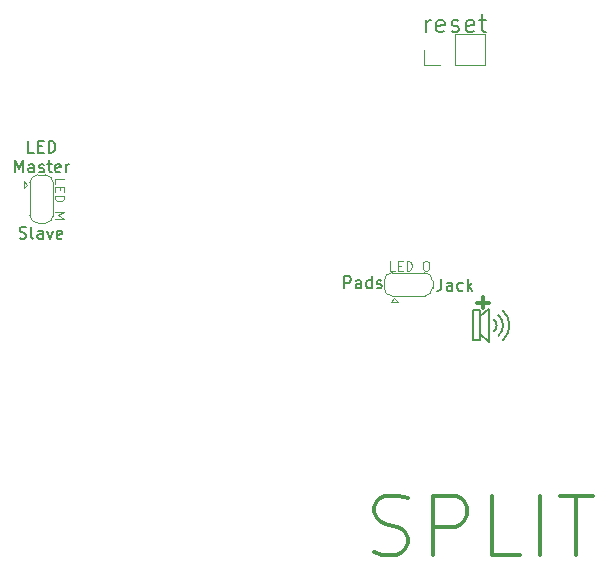
<source format=gbr>
G04 #@! TF.GenerationSoftware,KiCad,Pcbnew,(5.1.2)-2*
G04 #@! TF.CreationDate,2019-10-07T16:49:04+02:00*
G04 #@! TF.ProjectId,vitamins_included,76697461-6d69-46e7-935f-696e636c7564,rev?*
G04 #@! TF.SameCoordinates,Original*
G04 #@! TF.FileFunction,Legend,Top*
G04 #@! TF.FilePolarity,Positive*
%FSLAX46Y46*%
G04 Gerber Fmt 4.6, Leading zero omitted, Abs format (unit mm)*
G04 Created by KiCad (PCBNEW (5.1.2)-2) date 2019-10-07 16:49:04*
%MOMM*%
%LPD*%
G04 APERTURE LIST*
%ADD10C,0.300000*%
%ADD11C,0.150000*%
%ADD12C,0.100000*%
%ADD13C,0.200000*%
%ADD14C,0.120000*%
%ADD15C,0.180000*%
G04 APERTURE END LIST*
D10*
X47298142Y-49274809D02*
X48012428Y-49512904D01*
X49202904Y-49512904D01*
X49679095Y-49274809D01*
X49917190Y-49036714D01*
X50155285Y-48560523D01*
X50155285Y-48084333D01*
X49917190Y-47608142D01*
X49679095Y-47370047D01*
X49202904Y-47131952D01*
X48250523Y-46893857D01*
X47774333Y-46655761D01*
X47536238Y-46417666D01*
X47298142Y-45941476D01*
X47298142Y-45465285D01*
X47536238Y-44989095D01*
X47774333Y-44751000D01*
X48250523Y-44512904D01*
X49441000Y-44512904D01*
X50155285Y-44751000D01*
X52298142Y-49512904D02*
X52298142Y-44512904D01*
X54202904Y-44512904D01*
X54679095Y-44751000D01*
X54917190Y-44989095D01*
X55155285Y-45465285D01*
X55155285Y-46179571D01*
X54917190Y-46655761D01*
X54679095Y-46893857D01*
X54202904Y-47131952D01*
X52298142Y-47131952D01*
X59679095Y-49512904D02*
X57298142Y-49512904D01*
X57298142Y-44512904D01*
X61345761Y-49512904D02*
X61345761Y-44512904D01*
X63012428Y-44512904D02*
X65869571Y-44512904D01*
X64441000Y-49512904D02*
X64441000Y-44512904D01*
D11*
X53007142Y-26152380D02*
X53007142Y-26866666D01*
X52959523Y-27009523D01*
X52864285Y-27104761D01*
X52721428Y-27152380D01*
X52626190Y-27152380D01*
X53911904Y-27152380D02*
X53911904Y-26628571D01*
X53864285Y-26533333D01*
X53769047Y-26485714D01*
X53578571Y-26485714D01*
X53483333Y-26533333D01*
X53911904Y-27104761D02*
X53816666Y-27152380D01*
X53578571Y-27152380D01*
X53483333Y-27104761D01*
X53435714Y-27009523D01*
X53435714Y-26914285D01*
X53483333Y-26819047D01*
X53578571Y-26771428D01*
X53816666Y-26771428D01*
X53911904Y-26723809D01*
X54816666Y-27104761D02*
X54721428Y-27152380D01*
X54530952Y-27152380D01*
X54435714Y-27104761D01*
X54388095Y-27057142D01*
X54340476Y-26961904D01*
X54340476Y-26676190D01*
X54388095Y-26580952D01*
X54435714Y-26533333D01*
X54530952Y-26485714D01*
X54721428Y-26485714D01*
X54816666Y-26533333D01*
X55245238Y-27152380D02*
X55245238Y-26152380D01*
X55340476Y-26771428D02*
X55626190Y-27152380D01*
X55626190Y-26485714D02*
X55245238Y-26866666D01*
X17290476Y-22704761D02*
X17433333Y-22752380D01*
X17671428Y-22752380D01*
X17766666Y-22704761D01*
X17814285Y-22657142D01*
X17861904Y-22561904D01*
X17861904Y-22466666D01*
X17814285Y-22371428D01*
X17766666Y-22323809D01*
X17671428Y-22276190D01*
X17480952Y-22228571D01*
X17385714Y-22180952D01*
X17338095Y-22133333D01*
X17290476Y-22038095D01*
X17290476Y-21942857D01*
X17338095Y-21847619D01*
X17385714Y-21800000D01*
X17480952Y-21752380D01*
X17719047Y-21752380D01*
X17861904Y-21800000D01*
X18433333Y-22752380D02*
X18338095Y-22704761D01*
X18290476Y-22609523D01*
X18290476Y-21752380D01*
X19242857Y-22752380D02*
X19242857Y-22228571D01*
X19195238Y-22133333D01*
X19100000Y-22085714D01*
X18909523Y-22085714D01*
X18814285Y-22133333D01*
X19242857Y-22704761D02*
X19147619Y-22752380D01*
X18909523Y-22752380D01*
X18814285Y-22704761D01*
X18766666Y-22609523D01*
X18766666Y-22514285D01*
X18814285Y-22419047D01*
X18909523Y-22371428D01*
X19147619Y-22371428D01*
X19242857Y-22323809D01*
X19623809Y-22085714D02*
X19861904Y-22752380D01*
X20100000Y-22085714D01*
X20861904Y-22704761D02*
X20766666Y-22752380D01*
X20576190Y-22752380D01*
X20480952Y-22704761D01*
X20433333Y-22609523D01*
X20433333Y-22228571D01*
X20480952Y-22133333D01*
X20576190Y-22085714D01*
X20766666Y-22085714D01*
X20861904Y-22133333D01*
X20909523Y-22228571D01*
X20909523Y-22323809D01*
X20433333Y-22419047D01*
X44778571Y-26952380D02*
X44778571Y-25952380D01*
X45159523Y-25952380D01*
X45254761Y-26000000D01*
X45302380Y-26047619D01*
X45350000Y-26142857D01*
X45350000Y-26285714D01*
X45302380Y-26380952D01*
X45254761Y-26428571D01*
X45159523Y-26476190D01*
X44778571Y-26476190D01*
X46207142Y-26952380D02*
X46207142Y-26428571D01*
X46159523Y-26333333D01*
X46064285Y-26285714D01*
X45873809Y-26285714D01*
X45778571Y-26333333D01*
X46207142Y-26904761D02*
X46111904Y-26952380D01*
X45873809Y-26952380D01*
X45778571Y-26904761D01*
X45730952Y-26809523D01*
X45730952Y-26714285D01*
X45778571Y-26619047D01*
X45873809Y-26571428D01*
X46111904Y-26571428D01*
X46207142Y-26523809D01*
X47111904Y-26952380D02*
X47111904Y-25952380D01*
X47111904Y-26904761D02*
X47016666Y-26952380D01*
X46826190Y-26952380D01*
X46730952Y-26904761D01*
X46683333Y-26857142D01*
X46635714Y-26761904D01*
X46635714Y-26476190D01*
X46683333Y-26380952D01*
X46730952Y-26333333D01*
X46826190Y-26285714D01*
X47016666Y-26285714D01*
X47111904Y-26333333D01*
X47540476Y-26904761D02*
X47635714Y-26952380D01*
X47826190Y-26952380D01*
X47921428Y-26904761D01*
X47969047Y-26809523D01*
X47969047Y-26761904D01*
X47921428Y-26666666D01*
X47826190Y-26619047D01*
X47683333Y-26619047D01*
X47588095Y-26571428D01*
X47540476Y-26476190D01*
X47540476Y-26428571D01*
X47588095Y-26333333D01*
X47683333Y-26285714D01*
X47826190Y-26285714D01*
X47921428Y-26333333D01*
X18507142Y-15477380D02*
X18030952Y-15477380D01*
X18030952Y-14477380D01*
X18840476Y-14953571D02*
X19173809Y-14953571D01*
X19316666Y-15477380D02*
X18840476Y-15477380D01*
X18840476Y-14477380D01*
X19316666Y-14477380D01*
X19745238Y-15477380D02*
X19745238Y-14477380D01*
X19983333Y-14477380D01*
X20126190Y-14525000D01*
X20221428Y-14620238D01*
X20269047Y-14715476D01*
X20316666Y-14905952D01*
X20316666Y-15048809D01*
X20269047Y-15239285D01*
X20221428Y-15334523D01*
X20126190Y-15429761D01*
X19983333Y-15477380D01*
X19745238Y-15477380D01*
X16935714Y-17127380D02*
X16935714Y-16127380D01*
X17269047Y-16841666D01*
X17602380Y-16127380D01*
X17602380Y-17127380D01*
X18507142Y-17127380D02*
X18507142Y-16603571D01*
X18459523Y-16508333D01*
X18364285Y-16460714D01*
X18173809Y-16460714D01*
X18078571Y-16508333D01*
X18507142Y-17079761D02*
X18411904Y-17127380D01*
X18173809Y-17127380D01*
X18078571Y-17079761D01*
X18030952Y-16984523D01*
X18030952Y-16889285D01*
X18078571Y-16794047D01*
X18173809Y-16746428D01*
X18411904Y-16746428D01*
X18507142Y-16698809D01*
X18935714Y-17079761D02*
X19030952Y-17127380D01*
X19221428Y-17127380D01*
X19316666Y-17079761D01*
X19364285Y-16984523D01*
X19364285Y-16936904D01*
X19316666Y-16841666D01*
X19221428Y-16794047D01*
X19078571Y-16794047D01*
X18983333Y-16746428D01*
X18935714Y-16651190D01*
X18935714Y-16603571D01*
X18983333Y-16508333D01*
X19078571Y-16460714D01*
X19221428Y-16460714D01*
X19316666Y-16508333D01*
X19650000Y-16460714D02*
X20030952Y-16460714D01*
X19792857Y-16127380D02*
X19792857Y-16984523D01*
X19840476Y-17079761D01*
X19935714Y-17127380D01*
X20030952Y-17127380D01*
X20745238Y-17079761D02*
X20650000Y-17127380D01*
X20459523Y-17127380D01*
X20364285Y-17079761D01*
X20316666Y-16984523D01*
X20316666Y-16603571D01*
X20364285Y-16508333D01*
X20459523Y-16460714D01*
X20650000Y-16460714D01*
X20745238Y-16508333D01*
X20792857Y-16603571D01*
X20792857Y-16698809D01*
X20316666Y-16794047D01*
X21221428Y-17127380D02*
X21221428Y-16460714D01*
X21221428Y-16651190D02*
X21269047Y-16555952D01*
X21316666Y-16508333D01*
X21411904Y-16460714D01*
X21507142Y-16460714D01*
D10*
X56045761Y-28171642D02*
X57036238Y-28171642D01*
X56541000Y-27676404D02*
X56541000Y-28666880D01*
D12*
X49061904Y-25461904D02*
X48680952Y-25461904D01*
X48680952Y-24661904D01*
X49328571Y-25042857D02*
X49595238Y-25042857D01*
X49709523Y-25461904D02*
X49328571Y-25461904D01*
X49328571Y-24661904D01*
X49709523Y-24661904D01*
X50052380Y-25461904D02*
X50052380Y-24661904D01*
X50242857Y-24661904D01*
X50357142Y-24700000D01*
X50433333Y-24776190D01*
X50471428Y-24852380D01*
X50509523Y-25004761D01*
X50509523Y-25119047D01*
X50471428Y-25271428D01*
X50433333Y-25347619D01*
X50357142Y-25423809D01*
X50242857Y-25461904D01*
X50052380Y-25461904D01*
X51614285Y-24661904D02*
X51766666Y-24661904D01*
X51842857Y-24700000D01*
X51919047Y-24776190D01*
X51957142Y-24928571D01*
X51957142Y-25195238D01*
X51919047Y-25347619D01*
X51842857Y-25423809D01*
X51766666Y-25461904D01*
X51614285Y-25461904D01*
X51538095Y-25423809D01*
X51461904Y-25347619D01*
X51423809Y-25195238D01*
X51423809Y-24928571D01*
X51461904Y-24776190D01*
X51538095Y-24700000D01*
X51614285Y-24661904D01*
X20288095Y-18123809D02*
X20288095Y-17742857D01*
X21088095Y-17742857D01*
X20707142Y-18390476D02*
X20707142Y-18657142D01*
X20288095Y-18771428D02*
X20288095Y-18390476D01*
X21088095Y-18390476D01*
X21088095Y-18771428D01*
X20288095Y-19114285D02*
X21088095Y-19114285D01*
X21088095Y-19304761D01*
X21050000Y-19419047D01*
X20973809Y-19495238D01*
X20897619Y-19533333D01*
X20745238Y-19571428D01*
X20630952Y-19571428D01*
X20478571Y-19533333D01*
X20402380Y-19495238D01*
X20326190Y-19419047D01*
X20288095Y-19304761D01*
X20288095Y-19114285D01*
X20288095Y-20523809D02*
X21088095Y-20523809D01*
X20516666Y-20790476D01*
X21088095Y-21057142D01*
X20288095Y-21057142D01*
D13*
X56287000Y-31376000D02*
X55652000Y-31376000D01*
X56287000Y-29344000D02*
X57049000Y-28709000D01*
X56287000Y-30106000D02*
X56287000Y-28836000D01*
X56287000Y-30852128D02*
X57049000Y-31487128D01*
X57049000Y-31487128D02*
X57049000Y-30106000D01*
X57820464Y-30986799D02*
G75*
G03X57811000Y-29217000I-771464J880799D01*
G01*
X56287000Y-30106000D02*
X56287000Y-31376000D01*
X56287000Y-28836000D02*
X55652000Y-28836000D01*
X57429646Y-30614264D02*
G75*
G03X57430000Y-29598001I-380646J508264D01*
G01*
X57049000Y-28709000D02*
X57049000Y-30106000D01*
X58192567Y-31375489D02*
G75*
G03X58192000Y-28836000I-1143567J1269489D01*
G01*
X55652000Y-28836000D02*
X55652000Y-30106000D01*
X55652000Y-31376000D02*
X55652000Y-30106000D01*
D14*
X19450000Y-17350000D02*
G75*
G02X20150000Y-18050000I0J-700000D01*
G01*
X18150000Y-18050000D02*
G75*
G02X18850000Y-17350000I700000J0D01*
G01*
X18850000Y-21450000D02*
G75*
G02X18150000Y-20750000I0J700000D01*
G01*
X20150000Y-20750000D02*
G75*
G02X19450000Y-21450000I-700000J0D01*
G01*
X20150000Y-18000000D02*
X20150000Y-20800000D01*
X19450000Y-21450000D02*
X18850000Y-21450000D01*
X18150000Y-20800000D02*
X18150000Y-18000000D01*
X18850000Y-17350000D02*
X19450000Y-17350000D01*
X17950000Y-18200000D02*
X17650000Y-17900000D01*
X17650000Y-17900000D02*
X17650000Y-18500000D01*
X17950000Y-18200000D02*
X17650000Y-18500000D01*
X49000000Y-27825000D02*
X49300000Y-28125000D01*
X48700000Y-28125000D02*
X49300000Y-28125000D01*
X49000000Y-27825000D02*
X48700000Y-28125000D01*
X48150000Y-26925000D02*
X48150000Y-26325000D01*
X51600000Y-27625000D02*
X48800000Y-27625000D01*
X52250000Y-26325000D02*
X52250000Y-26925000D01*
X48800000Y-25625000D02*
X51600000Y-25625000D01*
X51550000Y-25625000D02*
G75*
G02X52250000Y-26325000I0J-700000D01*
G01*
X52250000Y-26925000D02*
G75*
G02X51550000Y-27625000I-700000J0D01*
G01*
X48850000Y-27625000D02*
G75*
G02X48150000Y-26925000I0J700000D01*
G01*
X48150000Y-26325000D02*
G75*
G02X48850000Y-25625000I700000J0D01*
G01*
X56730000Y-8080000D02*
X56730000Y-5420000D01*
X54130000Y-8080000D02*
X56730000Y-8080000D01*
X54130000Y-5420000D02*
X56730000Y-5420000D01*
X54130000Y-8080000D02*
X54130000Y-5420000D01*
X52860000Y-8080000D02*
X51530000Y-8080000D01*
X51530000Y-8080000D02*
X51530000Y-6750000D01*
D15*
X51721428Y-5278571D02*
X51721428Y-4278571D01*
X51721428Y-4564285D02*
X51792857Y-4421428D01*
X51864285Y-4350000D01*
X52007142Y-4278571D01*
X52150000Y-4278571D01*
X53221428Y-5207142D02*
X53078571Y-5278571D01*
X52792857Y-5278571D01*
X52650000Y-5207142D01*
X52578571Y-5064285D01*
X52578571Y-4492857D01*
X52650000Y-4350000D01*
X52792857Y-4278571D01*
X53078571Y-4278571D01*
X53221428Y-4350000D01*
X53292857Y-4492857D01*
X53292857Y-4635714D01*
X52578571Y-4778571D01*
X53864285Y-5207142D02*
X54007142Y-5278571D01*
X54292857Y-5278571D01*
X54435714Y-5207142D01*
X54507142Y-5064285D01*
X54507142Y-4992857D01*
X54435714Y-4850000D01*
X54292857Y-4778571D01*
X54078571Y-4778571D01*
X53935714Y-4707142D01*
X53864285Y-4564285D01*
X53864285Y-4492857D01*
X53935714Y-4350000D01*
X54078571Y-4278571D01*
X54292857Y-4278571D01*
X54435714Y-4350000D01*
X55721428Y-5207142D02*
X55578571Y-5278571D01*
X55292857Y-5278571D01*
X55150000Y-5207142D01*
X55078571Y-5064285D01*
X55078571Y-4492857D01*
X55150000Y-4350000D01*
X55292857Y-4278571D01*
X55578571Y-4278571D01*
X55721428Y-4350000D01*
X55792857Y-4492857D01*
X55792857Y-4635714D01*
X55078571Y-4778571D01*
X56221428Y-4278571D02*
X56792857Y-4278571D01*
X56435714Y-3778571D02*
X56435714Y-5064285D01*
X56507142Y-5207142D01*
X56650000Y-5278571D01*
X56792857Y-5278571D01*
M02*

</source>
